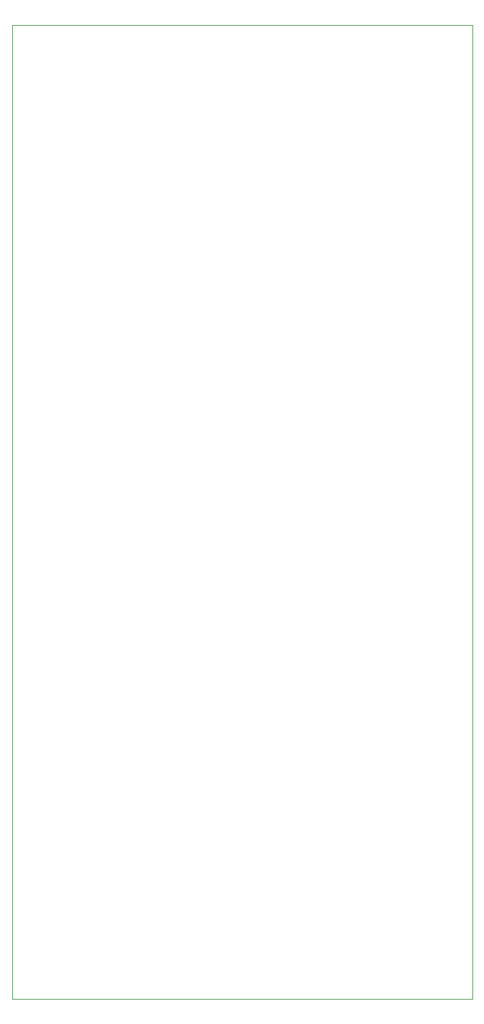
<source format=gbr>
G04 #@! TF.GenerationSoftware,KiCad,Pcbnew,(5.1.5)-3*
G04 #@! TF.CreationDate,2020-05-17T16:45:55+01:00*
G04 #@! TF.ProjectId,Addatone Panel,41646461-746f-46e6-9520-50616e656c2e,rev?*
G04 #@! TF.SameCoordinates,Original*
G04 #@! TF.FileFunction,Profile,NP*
%FSLAX46Y46*%
G04 Gerber Fmt 4.6, Leading zero omitted, Abs format (unit mm)*
G04 Created by KiCad (PCBNEW (5.1.5)-3) date 2020-05-17 16:45:55*
%MOMM*%
%LPD*%
G04 APERTURE LIST*
%ADD10C,0.100000*%
G04 APERTURE END LIST*
D10*
X99600000Y-168900000D02*
X160400000Y-168900000D01*
X99600000Y-40400000D02*
X99600000Y-168900000D01*
X160400000Y-40400000D02*
X160400000Y-168900000D01*
X99600000Y-40400000D02*
X160400000Y-40400000D01*
M02*

</source>
